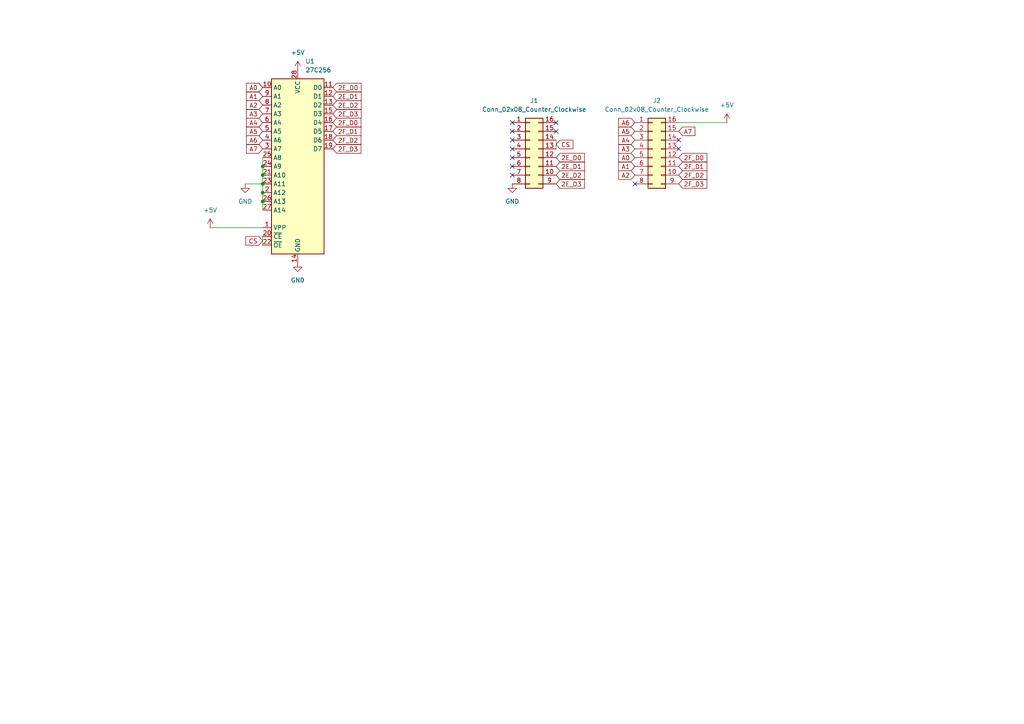
<source format=kicad_sch>
(kicad_sch (version 20231120) (generator "eeschema") (generator_version "8.0")
  (paper "A4")
  (lib_symbols
    (symbol "Connector_Generic:Conn_02x08_Counter_Clockwise" (pin_names (offset 1.016) hide)
      (property "Reference" "J" (at 1.27 10.16 0))
      (property "Value" "Conn_02x08_Counter_Clockwise" (at 1.27 -12.7 0))
      (symbol "Conn_02x08_Counter_Clockwise_1_1"
        (rectangle (start -1.27 -10.033) (end 0 -10.287) (stroke (width 0.1524)))
        (rectangle (start -1.27 -7.493) (end 0 -7.747) (stroke (width 0.1524)))
        (rectangle (start -1.27 -4.953) (end 0 -5.207) (stroke (width 0.1524)))
        (rectangle (start -1.27 -2.413) (end 0 -2.667) (stroke (width 0.1524)))
        (rectangle (start -1.27 0.127) (end 0 -0.127) (stroke (width 0.1524)))
        (rectangle (start -1.27 2.667) (end 0 2.413) (stroke (width 0.1524)))
        (rectangle (start -1.27 5.207) (end 0 4.953) (stroke (width 0.1524)))
        (rectangle (start -1.27 7.747) (end 0 7.493) (stroke (width 0.1524)))
        (rectangle (start -1.27 8.89) (end 3.81 -11.43) (stroke (width 0.254)) (fill (type background)))
        (rectangle (start 3.81 -10.033) (end 2.54 -10.287) (stroke (width 0.1524)))
        (rectangle (start 3.81 -7.493) (end 2.54 -7.747) (stroke (width 0.1524)))
        (rectangle (start 3.81 -4.953) (end 2.54 -5.207) (stroke (width 0.1524)))
        (rectangle (start 3.81 -2.413) (end 2.54 -2.667) (stroke (width 0.1524)))
        (rectangle (start 3.81 0.127) (end 2.54 -0.127) (stroke (width 0.1524)))
        (rectangle (start 3.81 2.667) (end 2.54 2.413) (stroke (width 0.1524)))
        (rectangle (start 3.81 5.207) (end 2.54 4.953) (stroke (width 0.1524)))
        (rectangle (start 3.81 7.747) (end 2.54 7.493) (stroke (width 0.1524)))
        (pin passive line (at -5.08 7.62 0) (length 3.81) (name "Pin_1") (number "1"))
        (pin passive line (at 7.62 -7.62 180) (length 3.81) (name "Pin_10") (number "10"))
        (pin passive line (at 7.62 -5.08 180) (length 3.81) (name "Pin_11") (number "11"))
        (pin passive line (at 7.62 -2.54 180) (length 3.81) (name "Pin_12") (number "12"))
        (pin passive line (at 7.62 0 180) (length 3.81) (name "Pin_13") (number "13"))
        (pin passive line (at 7.62 2.54 180) (length 3.81) (name "Pin_14") (number "14"))
        (pin passive line (at 7.62 5.08 180) (length 3.81) (name "Pin_15") (number "15"))
        (pin passive line (at 7.62 7.62 180) (length 3.81) (name "Pin_16") (number "16"))
        (pin passive line (at -5.08 5.08 0) (length 3.81) (name "Pin_2") (number "2"))
        (pin passive line (at -5.08 2.54 0) (length 3.81) (name "Pin_3") (number "3"))
        (pin passive line (at -5.08 0 0) (length 3.81) (name "Pin_4") (number "4"))
        (pin passive line (at -5.08 -2.54 0) (length 3.81) (name "Pin_5") (number "5"))
        (pin passive line (at -5.08 -5.08 0) (length 3.81) (name "Pin_6") (number "6"))
        (pin passive line (at -5.08 -7.62 0) (length 3.81) (name "Pin_7") (number "7"))
        (pin passive line (at -5.08 -10.16 0) (length 3.81) (name "Pin_8") (number "8"))
        (pin passive line (at 7.62 -10.16 180) (length 3.81) (name "Pin_9") (number "9"))
      )
    )
    (symbol "Memory_EPROM:27C256"
      (property "Reference" "U" (at -7.62 26.67 0))
      (property "Value" "27C256" (at 2.54 -26.67 0))
      (symbol "27C256_1_1"
        (rectangle (start -7.62 25.4) (end 7.62 -25.4) (stroke (width 0.254)) (fill (type background)))
        (pin input line (at -10.16 -17.78 0) (length 2.54) (name "VPP") (number "1"))
        (pin input line (at -10.16 22.86 0) (length 2.54) (name "A0") (number "10"))
        (pin tri_state line (at 10.16 22.86 180) (length 2.54) (name "D0") (number "11"))
        (pin tri_state line (at 10.16 20.32 180) (length 2.54) (name "D1") (number "12"))
        (pin tri_state line (at 10.16 17.78 180) (length 2.54) (name "D2") (number "13"))
        (pin power_in line (at 0 -27.94 90) (length 2.54) (name "GND") (number "14"))
        (pin tri_state line (at 10.16 15.24 180) (length 2.54) (name "D3") (number "15"))
        (pin tri_state line (at 10.16 12.7 180) (length 2.54) (name "D4") (number "16"))
        (pin tri_state line (at 10.16 10.16 180) (length 2.54) (name "D5") (number "17"))
        (pin tri_state line (at 10.16 7.62 180) (length 2.54) (name "D6") (number "18"))
        (pin tri_state line (at 10.16 5.08 180) (length 2.54) (name "D7") (number "19"))
        (pin input line (at -10.16 -7.62 0) (length 2.54) (name "A12") (number "2"))
        (pin input line (at -10.16 -20.32 0) (length 2.54) (name "~{CE}") (number "20"))
        (pin input line (at -10.16 -2.54 0) (length 2.54) (name "A10") (number "21"))
        (pin input line (at -10.16 -22.86 0) (length 2.54) (name "~{OE}") (number "22"))
        (pin input line (at -10.16 -5.08 0) (length 2.54) (name "A11") (number "23"))
        (pin input line (at -10.16 0 0) (length 2.54) (name "A9") (number "24"))
        (pin input line (at -10.16 2.54 0) (length 2.54) (name "A8") (number "25"))
        (pin input line (at -10.16 -10.16 0) (length 2.54) (name "A13") (number "26"))
        (pin input line (at -10.16 -12.7 0) (length 2.54) (name "A14") (number "27"))
        (pin power_in line (at 0 27.94 270) (length 2.54) (name "VCC") (number "28"))
        (pin input line (at -10.16 5.08 0) (length 2.54) (name "A7") (number "3"))
        (pin input line (at -10.16 7.62 0) (length 2.54) (name "A6") (number "4"))
        (pin input line (at -10.16 10.16 0) (length 2.54) (name "A5") (number "5"))
        (pin input line (at -10.16 12.7 0) (length 2.54) (name "A4") (number "6"))
        (pin input line (at -10.16 15.24 0) (length 2.54) (name "A3") (number "7"))
        (pin input line (at -10.16 17.78 0) (length 2.54) (name "A2") (number "8"))
        (pin input line (at -10.16 20.32 0) (length 2.54) (name "A1") (number "9"))
      )
    )
    (symbol "power:+5V" (power) (pin_numbers hide) (pin_names (offset 0) hide)
      (property "Value" "+5V" (at 0 3.556 0))
      (symbol "+5V_0_1"
        (polyline (pts (xy -0.762 1.27) (xy 0 2.54)))
        (polyline (pts (xy 0 0) (xy 0 2.54)))
        (polyline (pts (xy 0 2.54) (xy 0.762 1.27)))
      )
      (symbol "+5V_1_1"
        (pin power_in line (at 0 0 90) (length 0) (name "~") (number "1"))
      )
    )
    (symbol "power:GND" (power) (pin_numbers hide) (pin_names (offset 0) hide)
      (property "Value" "GND" (at 0 -3.81 0))
      (symbol "GND_0_1"
        (polyline (pts (xy 0 0) (xy 0 -1.27) (xy 1.27 -1.27) (xy 0 -2.54) (xy -1.27 -1.27) (xy 0 -1.27)))
      )
      (symbol "GND_1_1"
        (pin power_in line (at 0 0 270) (length 0) (name "~") (number "1"))
      )
    )
  )
  (junction (at 76.2 55.88))
  (junction (at 76.2 48.26))
  (junction (at 76.2 58.42))
  (junction (at 76.2 53.34))
  (junction (at 76.2 50.8))
  (no_connect (at 148.59 45.72))
  (no_connect (at 148.59 40.64))
  (no_connect (at 161.29 35.56))
  (no_connect (at 161.29 38.1))
  (no_connect (at 184.15 53.34))
  (no_connect (at 196.85 40.64))
  (no_connect (at 148.59 43.18))
  (no_connect (at 148.59 48.26))
  (no_connect (at 148.59 38.1))
  (no_connect (at 148.59 35.56))
  (no_connect (at 196.85 43.18))
  (no_connect (at 148.59 50.8))
  (wire (pts (xy 76.2 48.26) (xy 76.2 50.8)))
  (wire (pts (xy 60.96 66.04) (xy 76.2 66.04)))
  (wire (pts (xy 76.2 53.34) (xy 76.2 55.88)))
  (wire (pts (xy 71.12 53.34) (xy 76.2 53.34)))
  (wire (pts (xy 76.2 55.88) (xy 76.2 58.42)))
  (wire (pts (xy 196.85 35.56) (xy 210.82 35.56)))
  (wire (pts (xy 76.2 68.58) (xy 76.2 71.12)))
  (wire (pts (xy 76.2 50.8) (xy 76.2 53.34)))
  (wire (pts (xy 161.29 40.64) (xy 161.29 43.18)))
  (wire (pts (xy 76.2 58.42) (xy 76.2 60.96)))
  (wire (pts (xy 76.2 45.72) (xy 76.2 48.26)))
  (global_label "2E_D3" (shape input) (at 161.29 53.34 0) (property "Intersheetrefs" "${INTERSHEET_REFS}" (effects (hide yes))))
  (global_label "A0" (shape input) (at 76.2 25.4 180) (property "Intersheetrefs" "${INTERSHEET_REFS}" (effects (hide yes))))
  (global_label "A3" (shape input) (at 184.15 43.18 180) (property "Intersheetrefs" "${INTERSHEET_REFS}" (effects (hide yes))))
  (global_label "2E_D3" (shape input) (at 96.52 33.02 0) (property "Intersheetrefs" "${INTERSHEET_REFS}" (effects (hide yes))))
  (global_label "A5" (shape input) (at 184.15 38.1 180) (property "Intersheetrefs" "${INTERSHEET_REFS}" (effects (hide yes))))
  (global_label "A0" (shape input) (at 184.15 45.72 180) (property "Intersheetrefs" "${INTERSHEET_REFS}" (effects (hide yes))))
  (global_label "A1" (shape input) (at 184.15 48.26 180) (property "Intersheetrefs" "${INTERSHEET_REFS}" (effects (hide yes))))
  (global_label "A7" (shape input) (at 76.2 43.18 180) (property "Intersheetrefs" "${INTERSHEET_REFS}" (effects (hide yes))))
  (global_label "2E_D2" (shape input) (at 96.52 30.48 0) (property "Intersheetrefs" "${INTERSHEET_REFS}" (effects (hide yes))))
  (global_label "A2" (shape input) (at 76.2 30.48 180) (property "Intersheetrefs" "${INTERSHEET_REFS}" (effects (hide yes))))
  (global_label "2F_D0" (shape input) (at 96.52 35.56 0) (property "Intersheetrefs" "${INTERSHEET_REFS}" (effects (hide yes))))
  (global_label "2E_D1" (shape input) (at 161.29 48.26 0) (property "Intersheetrefs" "${INTERSHEET_REFS}" (effects (hide yes))))
  (global_label "2E_D1" (shape input) (at 96.52 27.94 0) (property "Intersheetrefs" "${INTERSHEET_REFS}" (effects (hide yes))))
  (global_label "2F_D2" (shape input) (at 196.85 50.8 0) (property "Intersheetrefs" "${INTERSHEET_REFS}" (effects (hide yes))))
  (global_label "A4" (shape input) (at 184.15 40.64 180) (property "Intersheetrefs" "${INTERSHEET_REFS}" (effects (hide yes))))
  (global_label "A6" (shape input) (at 184.15 35.56 180) (property "Intersheetrefs" "${INTERSHEET_REFS}" (effects (hide yes))))
  (global_label "CS" (shape input) (at 76.2 69.85 180) (property "Intersheetrefs" "${INTERSHEET_REFS}" (effects (hide yes))))
  (global_label "A6" (shape input) (at 76.2 40.64 180) (property "Intersheetrefs" "${INTERSHEET_REFS}" (effects (hide yes))))
  (global_label "A3" (shape input) (at 76.2 33.02 180) (property "Intersheetrefs" "${INTERSHEET_REFS}" (effects (hide yes))))
  (global_label "2F_D2" (shape input) (at 96.52 40.64 0) (property "Intersheetrefs" "${INTERSHEET_REFS}" (effects (hide yes))))
  (global_label "A5" (shape input) (at 76.2 38.1 180) (property "Intersheetrefs" "${INTERSHEET_REFS}" (effects (hide yes))))
  (global_label "A7" (shape input) (at 196.85 38.1 0) (property "Intersheetrefs" "${INTERSHEET_REFS}" (effects (hide yes))))
  (global_label "CS" (shape input) (at 161.29 41.91 0) (property "Intersheetrefs" "${INTERSHEET_REFS}" (effects (hide yes))))
  (global_label "2F_D1" (shape input) (at 96.52 38.1 0) (property "Intersheetrefs" "${INTERSHEET_REFS}" (effects (hide yes))))
  (global_label "2F_D1" (shape input) (at 196.85 48.26 0) (property "Intersheetrefs" "${INTERSHEET_REFS}" (effects (hide yes))))
  (global_label "A1" (shape input) (at 76.2 27.94 180) (property "Intersheetrefs" "${INTERSHEET_REFS}" (effects (hide yes))))
  (global_label "A4" (shape input) (at 76.2 35.56 180) (property "Intersheetrefs" "${INTERSHEET_REFS}" (effects (hide yes))))
  (global_label "2E_D0" (shape input) (at 96.52 25.4 0) (property "Intersheetrefs" "${INTERSHEET_REFS}" (effects (hide yes))))
  (global_label "A2" (shape input) (at 184.15 50.8 180) (property "Intersheetrefs" "${INTERSHEET_REFS}" (effects (hide yes))))
  (global_label "2E_D2" (shape input) (at 161.29 50.8 0) (property "Intersheetrefs" "${INTERSHEET_REFS}" (effects (hide yes))))
  (global_label "2F_D3" (shape input) (at 196.85 53.34 0) (property "Intersheetrefs" "${INTERSHEET_REFS}" (effects (hide yes))))
  (global_label "2E_D0" (shape input) (at 161.29 45.72 0) (property "Intersheetrefs" "${INTERSHEET_REFS}" (effects (hide yes))))
  (global_label "2F_D0" (shape input) (at 196.85 45.72 0) (property "Intersheetrefs" "${INTERSHEET_REFS}" (effects (hide yes))))
  (global_label "2F_D3" (shape input) (at 96.52 43.18 0) (property "Intersheetrefs" "${INTERSHEET_REFS}" (effects (hide yes))))
  (symbol (lib_id "power:+5V") (at 210.82 35.56 0) (unit 1)
    (property "Reference" "#PWR02" (effects (hide yes)))
    (property "Value" "+5V" (at 210.82 30.48 0))
    (property "Description" "Power symbol creates a global label with name \"+5V\"" (effects (hide yes)))
  )
  (symbol (lib_id "Memory_EPROM:27C256") (at 86.36 48.26 0) (unit 1)
    (property "Reference" "U1" (at 88.5541 17.78 0) (effects (justify left)))
    (property "Value" "27C256" (at 88.5541 20.32 0) (effects (justify left)))
    (property "Footprint" "Package_DIP:DIP-28_W15.24mm_Socket" (effects (hide yes)))
    (property "Datasheet" "http://ww1.microchip.com/downloads/en/DeviceDoc/doc0014.pdf" (effects (hide yes)))
    (property "Description" "OTP EPROM 256 KiBit" (effects (hide yes)))
  )
  (symbol (lib_id "power:GND") (at 86.36 76.2 0) (unit 1)
    (property "Reference" "#PWR06" (effects (hide yes)))
    (property "Value" "GND" (at 86.36 81.28 0))
    (property "Description" "Power symbol creates a global label with name \"GND\" , ground" (effects (hide yes)))
  )
  (symbol (lib_id "power:GND") (at 148.59 53.34 0) (unit 1)
    (property "Reference" "#PWR01" (effects (hide yes)))
    (property "Value" "GND" (at 148.59 58.42 0))
    (property "Description" "Power symbol creates a global label with name \"GND\" , ground" (effects (hide yes)))
  )
  (symbol (lib_id "Connector_Generic:Conn_02x08_Counter_Clockwise") (at 153.67 43.18 0) (unit 1)
    (property "Reference" "J1" (at 154.94 29.21 0))
    (property "Value" "Conn_02x08_Counter_Clockwise" (at 154.94 31.75 0))
    (property "Footprint" "Package_DIP:DIP-16_W7.62mm" (effects (hide yes)))
    (property "Description" "Generic connector, double row, 02x08, counter clockwise pin numbering scheme (similar to DIP package numbering), script generated (kicad-library-utils/schlib/autogen/connector/)" (effects (hide yes)))
  )
  (symbol (lib_id "power:+5V") (at 86.36 20.32 0) (unit 1)
    (property "Reference" "#PWR03" (effects (hide yes)))
    (property "Value" "+5V" (at 86.36 15.24 0))
    (property "Description" "Power symbol creates a global label with name \"+5V\"" (effects (hide yes)))
  )
  (symbol (lib_id "power:+5V") (at 60.96 66.04 0) (unit 1)
    (property "Reference" "#PWR05" (effects (hide yes)))
    (property "Value" "+5V" (at 60.96 60.96 0))
    (property "Description" "Power symbol creates a global label with name \"+5V\"" (effects (hide yes)))
  )
  (symbol (lib_id "power:GND") (at 71.12 53.34 0) (unit 1)
    (property "Reference" "#PWR04" (effects (hide yes)))
    (property "Value" "GND" (at 71.12 58.42 0))
    (property "Description" "Power symbol creates a global label with name \"GND\" , ground" (effects (hide yes)))
  )
  (symbol (lib_id "Connector_Generic:Conn_02x08_Counter_Clockwise") (at 189.23 43.18 0) (unit 1)
    (property "Reference" "J2" (at 190.5 29.21 0))
    (property "Value" "Conn_02x08_Counter_Clockwise" (at 190.5 31.75 0))
    (property "Footprint" "Package_DIP:DIP-16_W7.62mm" (effects (hide yes)))
    (property "Description" "Generic connector, double row, 02x08, counter clockwise pin numbering scheme (similar to DIP package numbering), script generated (kicad-library-utils/schlib/autogen/connector/)" (effects (hide yes)))
  )
)
</source>
